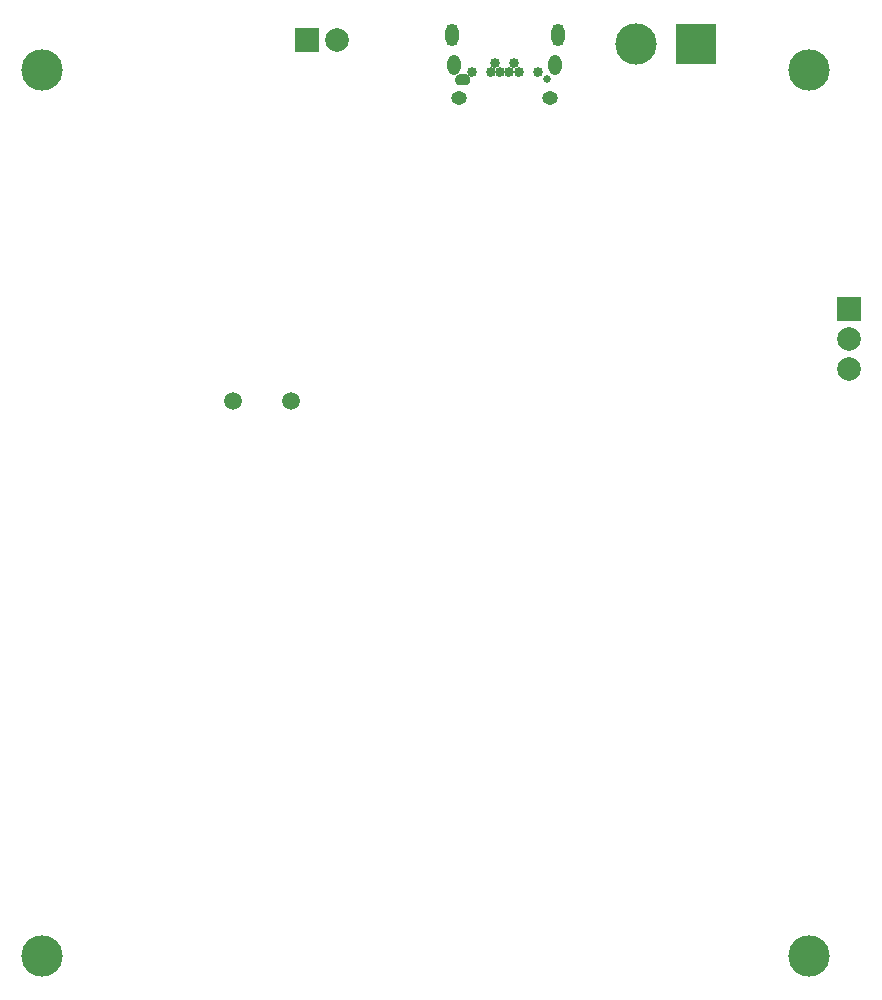
<source format=gbs>
%TF.GenerationSoftware,KiCad,Pcbnew,9.0.1*%
%TF.CreationDate,2025-04-14T00:51:25-03:00*%
%TF.ProjectId,SRAD_computer,53524144-5f63-46f6-9d70-757465722e6b,rev?*%
%TF.SameCoordinates,Original*%
%TF.FileFunction,Soldermask,Bot*%
%TF.FilePolarity,Negative*%
%FSLAX46Y46*%
G04 Gerber Fmt 4.6, Leading zero omitted, Abs format (unit mm)*
G04 Created by KiCad (PCBNEW 9.0.1) date 2025-04-14 00:51:25*
%MOMM*%
%LPD*%
G01*
G04 APERTURE LIST*
%ADD10C,0.010000*%
%ADD11C,0.650000*%
%ADD12C,0.854000*%
%ADD13O,1.104000X1.904000*%
%ADD14O,1.104000X1.704000*%
%ADD15O,1.354000X1.104000*%
%ADD16C,1.500000*%
%ADD17R,2.000000X2.000000*%
%ADD18C,2.000000*%
%ADD19C,3.500000*%
%ADD20R,3.500000X3.500000*%
G04 APERTURE END LIST*
D10*
%TO.C,J7*%
X99177000Y-43216000D02*
X99199000Y-43217000D01*
X99221000Y-43220000D01*
X99243000Y-43224000D01*
X99265000Y-43229000D01*
X99286000Y-43236000D01*
X99307000Y-43243000D01*
X99328000Y-43252000D01*
X99348000Y-43261000D01*
X99368000Y-43272000D01*
X99386000Y-43284000D01*
X99405000Y-43296000D01*
X99422000Y-43310000D01*
X99439000Y-43324000D01*
X99456000Y-43339000D01*
X99471000Y-43356000D01*
X99485000Y-43373000D01*
X99499000Y-43390000D01*
X99511000Y-43409000D01*
X99523000Y-43428000D01*
X99534000Y-43447000D01*
X99543000Y-43467000D01*
X99552000Y-43488000D01*
X99559000Y-43509000D01*
X99566000Y-43530000D01*
X99571000Y-43552000D01*
X99575000Y-43574000D01*
X99578000Y-43596000D01*
X99579000Y-43618000D01*
X99580000Y-43640000D01*
X99579000Y-43662000D01*
X99578000Y-43684000D01*
X99575000Y-43706000D01*
X99571000Y-43728000D01*
X99566000Y-43750000D01*
X99559000Y-43771000D01*
X99552000Y-43792000D01*
X99543000Y-43813000D01*
X99534000Y-43833000D01*
X99523000Y-43852000D01*
X99511000Y-43871000D01*
X99499000Y-43890000D01*
X99485000Y-43907000D01*
X99471000Y-43924000D01*
X99456000Y-43941000D01*
X99439000Y-43956000D01*
X99422000Y-43970000D01*
X99405000Y-43984000D01*
X99386000Y-43996000D01*
X99368000Y-44008000D01*
X99348000Y-44019000D01*
X99328000Y-44028000D01*
X99307000Y-44037000D01*
X99286000Y-44044000D01*
X99265000Y-44051000D01*
X99243000Y-44056000D01*
X99221000Y-44060000D01*
X99199000Y-44063000D01*
X99177000Y-44064000D01*
X99155000Y-44065000D01*
X98805000Y-44065000D01*
X98783000Y-44064000D01*
X98761000Y-44063000D01*
X98739000Y-44060000D01*
X98717000Y-44056000D01*
X98695000Y-44051000D01*
X98674000Y-44044000D01*
X98653000Y-44037000D01*
X98632000Y-44028000D01*
X98612000Y-44019000D01*
X98593000Y-44008000D01*
X98574000Y-43996000D01*
X98555000Y-43984000D01*
X98538000Y-43970000D01*
X98521000Y-43956000D01*
X98504000Y-43941000D01*
X98489000Y-43924000D01*
X98475000Y-43907000D01*
X98461000Y-43890000D01*
X98449000Y-43871000D01*
X98437000Y-43852000D01*
X98426000Y-43833000D01*
X98417000Y-43813000D01*
X98408000Y-43792000D01*
X98401000Y-43771000D01*
X98394000Y-43750000D01*
X98389000Y-43728000D01*
X98385000Y-43706000D01*
X98382000Y-43684000D01*
X98381000Y-43662000D01*
X98380000Y-43640000D01*
X98381000Y-43618000D01*
X98382000Y-43596000D01*
X98385000Y-43574000D01*
X98389000Y-43552000D01*
X98394000Y-43530000D01*
X98401000Y-43509000D01*
X98408000Y-43488000D01*
X98417000Y-43467000D01*
X98426000Y-43447000D01*
X98437000Y-43428000D01*
X98449000Y-43409000D01*
X98461000Y-43390000D01*
X98475000Y-43373000D01*
X98489000Y-43356000D01*
X98504000Y-43339000D01*
X98521000Y-43324000D01*
X98538000Y-43310000D01*
X98555000Y-43296000D01*
X98574000Y-43284000D01*
X98593000Y-43272000D01*
X98612000Y-43261000D01*
X98632000Y-43252000D01*
X98653000Y-43243000D01*
X98674000Y-43236000D01*
X98695000Y-43229000D01*
X98717000Y-43224000D01*
X98739000Y-43220000D01*
X98761000Y-43217000D01*
X98783000Y-43216000D01*
X98805000Y-43215000D01*
X99155000Y-43215000D01*
X99177000Y-43216000D01*
G36*
X99177000Y-43216000D02*
G01*
X99199000Y-43217000D01*
X99221000Y-43220000D01*
X99243000Y-43224000D01*
X99265000Y-43229000D01*
X99286000Y-43236000D01*
X99307000Y-43243000D01*
X99328000Y-43252000D01*
X99348000Y-43261000D01*
X99368000Y-43272000D01*
X99386000Y-43284000D01*
X99405000Y-43296000D01*
X99422000Y-43310000D01*
X99439000Y-43324000D01*
X99456000Y-43339000D01*
X99471000Y-43356000D01*
X99485000Y-43373000D01*
X99499000Y-43390000D01*
X99511000Y-43409000D01*
X99523000Y-43428000D01*
X99534000Y-43447000D01*
X99543000Y-43467000D01*
X99552000Y-43488000D01*
X99559000Y-43509000D01*
X99566000Y-43530000D01*
X99571000Y-43552000D01*
X99575000Y-43574000D01*
X99578000Y-43596000D01*
X99579000Y-43618000D01*
X99580000Y-43640000D01*
X99579000Y-43662000D01*
X99578000Y-43684000D01*
X99575000Y-43706000D01*
X99571000Y-43728000D01*
X99566000Y-43750000D01*
X99559000Y-43771000D01*
X99552000Y-43792000D01*
X99543000Y-43813000D01*
X99534000Y-43833000D01*
X99523000Y-43852000D01*
X99511000Y-43871000D01*
X99499000Y-43890000D01*
X99485000Y-43907000D01*
X99471000Y-43924000D01*
X99456000Y-43941000D01*
X99439000Y-43956000D01*
X99422000Y-43970000D01*
X99405000Y-43984000D01*
X99386000Y-43996000D01*
X99368000Y-44008000D01*
X99348000Y-44019000D01*
X99328000Y-44028000D01*
X99307000Y-44037000D01*
X99286000Y-44044000D01*
X99265000Y-44051000D01*
X99243000Y-44056000D01*
X99221000Y-44060000D01*
X99199000Y-44063000D01*
X99177000Y-44064000D01*
X99155000Y-44065000D01*
X98805000Y-44065000D01*
X98783000Y-44064000D01*
X98761000Y-44063000D01*
X98739000Y-44060000D01*
X98717000Y-44056000D01*
X98695000Y-44051000D01*
X98674000Y-44044000D01*
X98653000Y-44037000D01*
X98632000Y-44028000D01*
X98612000Y-44019000D01*
X98593000Y-44008000D01*
X98574000Y-43996000D01*
X98555000Y-43984000D01*
X98538000Y-43970000D01*
X98521000Y-43956000D01*
X98504000Y-43941000D01*
X98489000Y-43924000D01*
X98475000Y-43907000D01*
X98461000Y-43890000D01*
X98449000Y-43871000D01*
X98437000Y-43852000D01*
X98426000Y-43833000D01*
X98417000Y-43813000D01*
X98408000Y-43792000D01*
X98401000Y-43771000D01*
X98394000Y-43750000D01*
X98389000Y-43728000D01*
X98385000Y-43706000D01*
X98382000Y-43684000D01*
X98381000Y-43662000D01*
X98380000Y-43640000D01*
X98381000Y-43618000D01*
X98382000Y-43596000D01*
X98385000Y-43574000D01*
X98389000Y-43552000D01*
X98394000Y-43530000D01*
X98401000Y-43509000D01*
X98408000Y-43488000D01*
X98417000Y-43467000D01*
X98426000Y-43447000D01*
X98437000Y-43428000D01*
X98449000Y-43409000D01*
X98461000Y-43390000D01*
X98475000Y-43373000D01*
X98489000Y-43356000D01*
X98504000Y-43339000D01*
X98521000Y-43324000D01*
X98538000Y-43310000D01*
X98555000Y-43296000D01*
X98574000Y-43284000D01*
X98593000Y-43272000D01*
X98612000Y-43261000D01*
X98632000Y-43252000D01*
X98653000Y-43243000D01*
X98674000Y-43236000D01*
X98695000Y-43229000D01*
X98717000Y-43224000D01*
X98739000Y-43220000D01*
X98761000Y-43217000D01*
X98783000Y-43216000D01*
X98805000Y-43215000D01*
X99155000Y-43215000D01*
X99177000Y-43216000D01*
G37*
%TD*%
D11*
%TO.C,J7*%
X106180000Y-43640000D03*
X98980000Y-43640000D03*
D12*
X99780000Y-42990000D03*
X101380000Y-42990000D03*
X101780000Y-42290000D03*
X102180000Y-42990000D03*
X102980000Y-42990000D03*
X103380000Y-42290000D03*
X103780000Y-42990000D03*
X105380000Y-42990000D03*
D13*
X107080000Y-39870000D03*
D14*
X106855000Y-42390000D03*
D15*
X106425000Y-45190000D03*
X98735000Y-45190000D03*
D14*
X98305000Y-42390000D03*
D13*
X98080000Y-39870000D03*
%TD*%
D16*
%TO.C,Y1*%
X79590000Y-70882984D03*
X84470000Y-70882984D03*
%TD*%
D17*
%TO.C,J5*%
X131770000Y-63082984D03*
D18*
X131770000Y-65622984D03*
X131770000Y-68162984D03*
%TD*%
D17*
%TO.C,J1*%
X85840000Y-40290000D03*
D18*
X88380000Y-40290000D03*
%TD*%
D19*
%TO.C,H2*%
X128380000Y-42822984D03*
%TD*%
%TO.C,H1*%
X63380000Y-42822984D03*
%TD*%
%TO.C,H4*%
X63380000Y-117822984D03*
%TD*%
%TO.C,H3*%
X128380000Y-117822984D03*
%TD*%
D20*
%TO.C,J4*%
X118770000Y-40642836D03*
D19*
X113690000Y-40642836D03*
%TD*%
M02*

</source>
